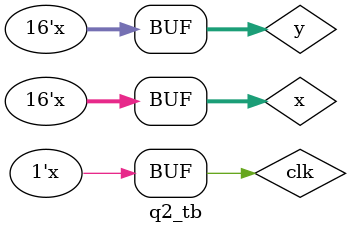
<source format=v>
module q2_tb;

    wire[31:0] op;
    reg [15:0] x,y;
    reg clk;

    initial 
    begin
        x = 150;
        y = 0;
        clk = 0;
    end

    always
    begin
        x = x+1; #19;
        y = y+1; #19;
        clk = ~clk; #19; 
    end
    
    q2 a(op, x, y, clk);

endmodule

</source>
